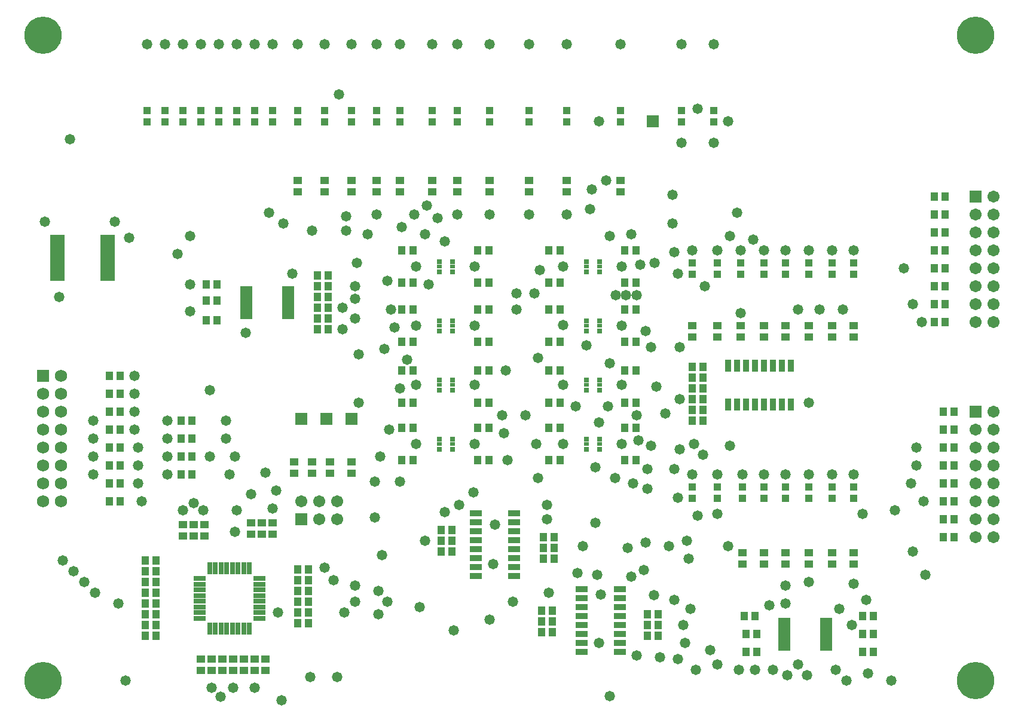
<source format=gts>
G04*
G04 #@! TF.GenerationSoftware,Altium Limited,Altium Designer,22.3.1 (43)*
G04*
G04 Layer_Color=8388736*
%FSLAX25Y25*%
%MOIN*%
G70*
G04*
G04 #@! TF.SameCoordinates,435ADCC5-F5F0-4A2A-A0AE-C26054AEAF53*
G04*
G04*
G04 #@! TF.FilePolarity,Negative*
G04*
G01*
G75*
%ADD27R,0.03950X0.04540*%
%ADD28R,0.04540X0.03950*%
%ADD29R,0.03162X0.02375*%
%ADD30R,0.06804X0.03359*%
%ADD31R,0.03162X0.06607*%
%ADD32R,0.06607X0.03162*%
%ADD33R,0.03359X0.06804*%
%ADD34R,0.07887X0.02572*%
%ADD35R,0.06607X0.02572*%
%ADD36R,0.03950X0.03950*%
%ADD37R,0.03162X0.03162*%
%ADD38R,0.06706X0.06706*%
%ADD39C,0.06706*%
%ADD40C,0.06800*%
%ADD41R,0.06800X0.06800*%
%ADD42R,0.06706X0.06706*%
%ADD43C,0.20800*%
%ADD44C,0.05800*%
D27*
X381850Y165000D02*
D03*
X388150D02*
D03*
X344500Y209000D02*
D03*
X350799D02*
D03*
X302000Y143000D02*
D03*
X308299D02*
D03*
X248150Y104000D02*
D03*
X241850D02*
D03*
X220000Y175000D02*
D03*
X226299D02*
D03*
X302000D02*
D03*
X308299D02*
D03*
X220000Y193000D02*
D03*
X226299D02*
D03*
X302000D02*
D03*
X308299D02*
D03*
X248150Y92000D02*
D03*
X241850D02*
D03*
X262500Y175000D02*
D03*
X268799D02*
D03*
X344500D02*
D03*
X350799D02*
D03*
X268799Y193000D02*
D03*
X262500D02*
D03*
X350799D02*
D03*
X344500D02*
D03*
X298850Y88000D02*
D03*
X305150D02*
D03*
X298850Y100000D02*
D03*
X305150D02*
D03*
X248150Y98000D02*
D03*
X241850D02*
D03*
X298850Y94000D02*
D03*
X305150D02*
D03*
X220000Y143000D02*
D03*
X226299D02*
D03*
X302000Y209000D02*
D03*
X308299D02*
D03*
X220000Y161000D02*
D03*
X226299D02*
D03*
X302000Y227000D02*
D03*
X308299D02*
D03*
X262500Y143000D02*
D03*
X268799D02*
D03*
Y161000D02*
D03*
X262500D02*
D03*
X350799Y227000D02*
D03*
X344500D02*
D03*
X297850Y59000D02*
D03*
X304150D02*
D03*
X297850Y47000D02*
D03*
X304150D02*
D03*
X363150Y45000D02*
D03*
X356850D02*
D03*
X363150Y57000D02*
D03*
X356850D02*
D03*
X304150Y53000D02*
D03*
X297850D02*
D03*
X356850Y51000D02*
D03*
X363150D02*
D03*
X56850Y190000D02*
D03*
X63150D02*
D03*
X56850Y180000D02*
D03*
X63150D02*
D03*
X56850Y170000D02*
D03*
X63150D02*
D03*
X103150Y165000D02*
D03*
X96850D02*
D03*
X56850Y160000D02*
D03*
X63150D02*
D03*
X103150Y155000D02*
D03*
X96850D02*
D03*
X56850Y150000D02*
D03*
X63150D02*
D03*
X103150Y145000D02*
D03*
X96850D02*
D03*
X56850Y140000D02*
D03*
X63150D02*
D03*
X103150Y135000D02*
D03*
X96850D02*
D03*
X56850Y130000D02*
D03*
X63150D02*
D03*
X56850Y120000D02*
D03*
X63150D02*
D03*
X83150Y87000D02*
D03*
X76850D02*
D03*
X168150Y82000D02*
D03*
X161850D02*
D03*
X83150Y81000D02*
D03*
X76850D02*
D03*
X168150Y76000D02*
D03*
X161850D02*
D03*
X83150Y75000D02*
D03*
X76850D02*
D03*
X168150Y70000D02*
D03*
X161850D02*
D03*
X83150Y69000D02*
D03*
X76850D02*
D03*
X168150Y64000D02*
D03*
X161850D02*
D03*
X83150Y63000D02*
D03*
X76850D02*
D03*
X168150Y58000D02*
D03*
X161850D02*
D03*
X168150Y52000D02*
D03*
X161850D02*
D03*
X83150Y57000D02*
D03*
X76850D02*
D03*
X83150Y51000D02*
D03*
X76850D02*
D03*
X83150Y45000D02*
D03*
X76850D02*
D03*
X388150Y177000D02*
D03*
X381850D02*
D03*
X388150Y183000D02*
D03*
X381850D02*
D03*
X388150Y195000D02*
D03*
X381850D02*
D03*
X388150Y189000D02*
D03*
X381850D02*
D03*
Y171000D02*
D03*
X388150D02*
D03*
X417150Y56000D02*
D03*
X410850D02*
D03*
X418150Y46000D02*
D03*
X411850D02*
D03*
X418150Y36000D02*
D03*
X411850D02*
D03*
X476850D02*
D03*
X483150D02*
D03*
X476850Y46000D02*
D03*
X483150D02*
D03*
X476850Y56000D02*
D03*
X483150D02*
D03*
X117150Y241000D02*
D03*
X110850D02*
D03*
X117150Y232000D02*
D03*
X110850D02*
D03*
X117150Y221000D02*
D03*
X110850D02*
D03*
X179150Y216000D02*
D03*
X172850D02*
D03*
Y222000D02*
D03*
X179150D02*
D03*
Y228000D02*
D03*
X172850D02*
D03*
Y234000D02*
D03*
X179150D02*
D03*
Y240000D02*
D03*
X172850D02*
D03*
X179150Y246000D02*
D03*
X172850D02*
D03*
X521850Y170000D02*
D03*
X302000Y260000D02*
D03*
X521850Y160000D02*
D03*
X302000Y161000D02*
D03*
X521850Y150000D02*
D03*
Y140000D02*
D03*
Y130000D02*
D03*
X220000Y260000D02*
D03*
X521850Y120000D02*
D03*
X220000Y227000D02*
D03*
X521850Y110000D02*
D03*
Y100000D02*
D03*
X350799Y242000D02*
D03*
Y143000D02*
D03*
X268799Y242000D02*
D03*
Y209000D02*
D03*
X350799Y260000D02*
D03*
Y161000D02*
D03*
X268799Y260000D02*
D03*
Y227000D02*
D03*
X226299Y260000D02*
D03*
Y242000D02*
D03*
X262500D02*
D03*
Y260000D02*
D03*
X308299D02*
D03*
Y242000D02*
D03*
X344500D02*
D03*
Y260000D02*
D03*
X226299Y227000D02*
D03*
Y209000D02*
D03*
X262500D02*
D03*
Y227000D02*
D03*
X308299Y161000D02*
D03*
X344500Y143000D02*
D03*
Y161000D02*
D03*
X523150Y290000D02*
D03*
Y280000D02*
D03*
Y270000D02*
D03*
Y260000D02*
D03*
Y250000D02*
D03*
Y240000D02*
D03*
Y230000D02*
D03*
Y220000D02*
D03*
X528150Y170000D02*
D03*
Y160000D02*
D03*
Y150000D02*
D03*
Y140000D02*
D03*
Y130000D02*
D03*
Y120000D02*
D03*
Y110000D02*
D03*
Y100000D02*
D03*
X516850Y290000D02*
D03*
X302000Y242000D02*
D03*
X516850Y280000D02*
D03*
Y270000D02*
D03*
Y260000D02*
D03*
Y250000D02*
D03*
X220000Y242000D02*
D03*
X516850Y240000D02*
D03*
X220000Y209000D02*
D03*
X516850Y230000D02*
D03*
Y220000D02*
D03*
D28*
X160000Y135850D02*
D03*
Y142150D02*
D03*
X192000Y135850D02*
D03*
Y142150D02*
D03*
X170000D02*
D03*
Y135850D02*
D03*
X180000D02*
D03*
Y142150D02*
D03*
X110000Y100850D02*
D03*
Y107150D02*
D03*
X136000Y108150D02*
D03*
Y101850D02*
D03*
X104000Y100850D02*
D03*
Y107150D02*
D03*
X142000Y108150D02*
D03*
Y101850D02*
D03*
X98000Y100850D02*
D03*
Y107150D02*
D03*
X148000Y108150D02*
D03*
Y101850D02*
D03*
X144000Y25850D02*
D03*
Y32150D02*
D03*
X138000Y25850D02*
D03*
Y32150D02*
D03*
X132000Y25850D02*
D03*
Y32150D02*
D03*
X108000D02*
D03*
Y25850D02*
D03*
X126000D02*
D03*
Y32150D02*
D03*
X120000Y25850D02*
D03*
Y32150D02*
D03*
X114000Y25850D02*
D03*
Y32150D02*
D03*
X472000Y218150D02*
D03*
Y211850D02*
D03*
X460000Y218150D02*
D03*
Y211850D02*
D03*
X447000Y218150D02*
D03*
Y211850D02*
D03*
X434000Y218150D02*
D03*
Y211850D02*
D03*
X422000Y218150D02*
D03*
Y211850D02*
D03*
X409000Y218150D02*
D03*
Y211850D02*
D03*
X396000Y218150D02*
D03*
Y211850D02*
D03*
X382000Y218150D02*
D03*
Y211850D02*
D03*
X219000Y292850D02*
D03*
Y299150D02*
D03*
X206000Y292850D02*
D03*
Y299150D02*
D03*
X162000Y292850D02*
D03*
Y299150D02*
D03*
X192000Y292850D02*
D03*
Y299150D02*
D03*
X177000Y292850D02*
D03*
Y299150D02*
D03*
X342000Y292850D02*
D03*
Y299150D02*
D03*
X251000Y292850D02*
D03*
Y299150D02*
D03*
X237000Y292850D02*
D03*
Y299150D02*
D03*
X472000Y91350D02*
D03*
Y85050D02*
D03*
X460000Y91350D02*
D03*
Y85050D02*
D03*
X447000Y91350D02*
D03*
Y85050D02*
D03*
X434000Y91350D02*
D03*
Y85050D02*
D03*
X422000Y91350D02*
D03*
Y85050D02*
D03*
X410000Y91350D02*
D03*
Y85050D02*
D03*
X291000Y292850D02*
D03*
Y299150D02*
D03*
X269000Y292850D02*
D03*
Y299150D02*
D03*
X312000Y292850D02*
D03*
Y299150D02*
D03*
D29*
X248193Y251000D02*
D03*
X330193D02*
D03*
X248193Y218000D02*
D03*
X330193Y152000D02*
D03*
X248193Y185000D02*
D03*
X330193D02*
D03*
X248193Y152000D02*
D03*
X330193Y218000D02*
D03*
X241106Y251000D02*
D03*
X323106D02*
D03*
X241106Y218000D02*
D03*
X323106Y152000D02*
D03*
X241106Y185000D02*
D03*
X323106D02*
D03*
X241106Y152000D02*
D03*
X323106Y218000D02*
D03*
D30*
X282677Y113500D02*
D03*
X341677Y71000D02*
D03*
X261323Y108500D02*
D03*
Y113500D02*
D03*
Y88500D02*
D03*
Y83500D02*
D03*
X282677D02*
D03*
Y78500D02*
D03*
Y103500D02*
D03*
Y108500D02*
D03*
X320323Y66000D02*
D03*
Y71000D02*
D03*
Y46000D02*
D03*
Y41000D02*
D03*
X341677D02*
D03*
Y36000D02*
D03*
Y61000D02*
D03*
Y66000D02*
D03*
X261323Y78500D02*
D03*
X320323Y36000D02*
D03*
X261323Y103500D02*
D03*
Y98500D02*
D03*
Y93500D02*
D03*
X282677Y88500D02*
D03*
Y93500D02*
D03*
Y98500D02*
D03*
X320323Y61000D02*
D03*
Y56000D02*
D03*
Y51000D02*
D03*
X341677Y46000D02*
D03*
Y51000D02*
D03*
Y56000D02*
D03*
D31*
X116126Y49315D02*
D03*
X125575Y82685D02*
D03*
X122425D02*
D03*
X112976Y49315D02*
D03*
X119276D02*
D03*
X122425D02*
D03*
X125575D02*
D03*
X128724D02*
D03*
X131874D02*
D03*
X135024D02*
D03*
Y82685D02*
D03*
X131874D02*
D03*
X128724D02*
D03*
X119276D02*
D03*
X116126D02*
D03*
X112976D02*
D03*
D32*
X140685Y58126D02*
D03*
Y61276D02*
D03*
X107315Y77024D02*
D03*
Y73874D02*
D03*
Y70724D02*
D03*
Y67575D02*
D03*
Y64425D02*
D03*
Y61276D02*
D03*
Y58126D02*
D03*
Y54976D02*
D03*
X140685D02*
D03*
Y64425D02*
D03*
Y67575D02*
D03*
Y70724D02*
D03*
Y73874D02*
D03*
Y77024D02*
D03*
D33*
X437000Y174323D02*
D03*
X402000Y195677D02*
D03*
X432000Y174323D02*
D03*
X437000Y195677D02*
D03*
X432000D02*
D03*
X412000Y174323D02*
D03*
X427000Y195677D02*
D03*
X417000Y174323D02*
D03*
X422000Y195677D02*
D03*
X427000Y174323D02*
D03*
X417000Y195677D02*
D03*
X422000Y174323D02*
D03*
X412000Y195677D02*
D03*
X407000D02*
D03*
Y174323D02*
D03*
X402000D02*
D03*
D34*
X55976Y267516D02*
D03*
X28024Y264957D02*
D03*
Y259839D02*
D03*
Y254720D02*
D03*
Y249602D02*
D03*
X55976Y244484D02*
D03*
Y249602D02*
D03*
Y254720D02*
D03*
Y259839D02*
D03*
X28024Y267516D02*
D03*
Y244484D02*
D03*
X55976Y264957D02*
D03*
Y262398D02*
D03*
Y257279D02*
D03*
Y252161D02*
D03*
Y247043D02*
D03*
X28024D02*
D03*
Y252161D02*
D03*
Y257279D02*
D03*
Y262398D02*
D03*
D35*
X456567Y53677D02*
D03*
X156567Y238677D02*
D03*
X433433Y38323D02*
D03*
X133433Y223323D02*
D03*
X433433Y51118D02*
D03*
Y53677D02*
D03*
Y46000D02*
D03*
Y48559D02*
D03*
Y40882D02*
D03*
Y43441D02*
D03*
X456567Y38323D02*
D03*
Y40882D02*
D03*
Y43441D02*
D03*
Y46000D02*
D03*
Y48559D02*
D03*
Y51118D02*
D03*
X133433Y236118D02*
D03*
Y238677D02*
D03*
Y231000D02*
D03*
Y233559D02*
D03*
Y225882D02*
D03*
Y228441D02*
D03*
X156567Y223323D02*
D03*
Y225882D02*
D03*
Y228441D02*
D03*
Y231000D02*
D03*
Y233559D02*
D03*
Y236118D02*
D03*
D36*
X396000Y121850D02*
D03*
X382000D02*
D03*
X472000Y246850D02*
D03*
X460000D02*
D03*
X447000D02*
D03*
X434000D02*
D03*
X422000D02*
D03*
X409000D02*
D03*
X396000D02*
D03*
X382000D02*
D03*
X394000Y331850D02*
D03*
X376000D02*
D03*
X148000D02*
D03*
Y338150D02*
D03*
X138000Y331850D02*
D03*
Y338150D02*
D03*
X128000Y331850D02*
D03*
Y338150D02*
D03*
X118000Y331850D02*
D03*
Y338150D02*
D03*
X108000Y331850D02*
D03*
Y338150D02*
D03*
X98000Y331850D02*
D03*
Y338150D02*
D03*
X88000Y331850D02*
D03*
Y338150D02*
D03*
X78000Y331850D02*
D03*
Y338150D02*
D03*
X382000Y253150D02*
D03*
X396000D02*
D03*
X409000D02*
D03*
X422000D02*
D03*
X434000D02*
D03*
X447000D02*
D03*
X460000D02*
D03*
X472000D02*
D03*
X237000Y331850D02*
D03*
Y338150D02*
D03*
X251000Y331850D02*
D03*
Y338150D02*
D03*
X342000Y331850D02*
D03*
Y338150D02*
D03*
X177000Y331850D02*
D03*
Y338150D02*
D03*
X192000Y331850D02*
D03*
Y338150D02*
D03*
X162000Y331850D02*
D03*
Y338150D02*
D03*
X206000Y331850D02*
D03*
Y338150D02*
D03*
X219000Y331850D02*
D03*
Y338150D02*
D03*
X394000D02*
D03*
X376000D02*
D03*
X382000Y128150D02*
D03*
X396000D02*
D03*
X410000Y121850D02*
D03*
Y128150D02*
D03*
X422000Y121850D02*
D03*
Y128150D02*
D03*
X434000Y121850D02*
D03*
Y128150D02*
D03*
X447000Y121850D02*
D03*
Y128150D02*
D03*
X460000Y121850D02*
D03*
Y128150D02*
D03*
X472000Y121850D02*
D03*
Y128150D02*
D03*
X312000Y331850D02*
D03*
Y338150D02*
D03*
X269000Y331850D02*
D03*
Y338150D02*
D03*
X291000Y331850D02*
D03*
Y338150D02*
D03*
D37*
X241106Y253953D02*
D03*
Y248047D02*
D03*
X248193D02*
D03*
Y253953D02*
D03*
X323106D02*
D03*
Y248047D02*
D03*
X330193D02*
D03*
Y253953D02*
D03*
X241106Y220953D02*
D03*
Y215047D02*
D03*
X248193D02*
D03*
Y220953D02*
D03*
X323106Y154953D02*
D03*
Y149047D02*
D03*
X330193D02*
D03*
Y154953D02*
D03*
X241106Y187953D02*
D03*
Y182047D02*
D03*
X248193D02*
D03*
Y187953D02*
D03*
X323106D02*
D03*
Y182047D02*
D03*
X330193D02*
D03*
Y187953D02*
D03*
X241106Y154953D02*
D03*
Y149047D02*
D03*
X248193D02*
D03*
Y154953D02*
D03*
X323106Y220953D02*
D03*
Y215047D02*
D03*
X330193D02*
D03*
Y220953D02*
D03*
D38*
X192000Y166000D02*
D03*
X164000Y110000D02*
D03*
X360000Y332000D02*
D03*
X164000Y166000D02*
D03*
X178000D02*
D03*
D39*
X184000Y120000D02*
D03*
Y110000D02*
D03*
X174000Y120000D02*
D03*
Y110000D02*
D03*
X164000Y120000D02*
D03*
X550000Y290000D02*
D03*
Y280000D02*
D03*
Y270000D02*
D03*
Y260000D02*
D03*
Y250000D02*
D03*
Y240000D02*
D03*
Y230000D02*
D03*
Y220000D02*
D03*
X540000Y280000D02*
D03*
Y270000D02*
D03*
Y260000D02*
D03*
Y250000D02*
D03*
Y240000D02*
D03*
Y230000D02*
D03*
Y220000D02*
D03*
X550000Y170000D02*
D03*
X540000Y160000D02*
D03*
X550000D02*
D03*
X540000Y150000D02*
D03*
X550000D02*
D03*
X540000Y140000D02*
D03*
X550000D02*
D03*
X540000Y130000D02*
D03*
X550000D02*
D03*
X540000Y120000D02*
D03*
X550000D02*
D03*
X540000Y110000D02*
D03*
X550000D02*
D03*
X540000Y100000D02*
D03*
X550000D02*
D03*
D40*
X20000Y180000D02*
D03*
Y130000D02*
D03*
Y120000D02*
D03*
X30000Y190000D02*
D03*
Y180000D02*
D03*
X20000Y170000D02*
D03*
X30000D02*
D03*
X20000Y160000D02*
D03*
X30000D02*
D03*
X20000Y150000D02*
D03*
X30000D02*
D03*
X20000Y140000D02*
D03*
X30000D02*
D03*
Y130000D02*
D03*
Y120000D02*
D03*
D41*
X20000Y190000D02*
D03*
D42*
X540000Y290000D02*
D03*
Y170000D02*
D03*
D43*
Y20000D02*
D03*
X20000Y380000D02*
D03*
X540000D02*
D03*
X20000Y20000D02*
D03*
D44*
X336000Y11400D02*
D03*
X330000Y41000D02*
D03*
X374000Y32000D02*
D03*
X379000Y98000D02*
D03*
X374000Y122000D02*
D03*
X372000Y138000D02*
D03*
X367000Y169000D02*
D03*
X362000Y184000D02*
D03*
X359000Y151000D02*
D03*
X352000Y154000D02*
D03*
X372000Y259000D02*
D03*
X326000Y294000D02*
D03*
X371000Y291000D02*
D03*
X334000Y299000D02*
D03*
X371000Y275000D02*
D03*
X336000Y268000D02*
D03*
X339500Y235000D02*
D03*
X345000D02*
D03*
X244000Y265000D02*
D03*
X233000Y269000D02*
D03*
X220000Y273000D02*
D03*
X201000Y269000D02*
D03*
X403000Y151000D02*
D03*
X407000Y281000D02*
D03*
X325000Y283000D02*
D03*
X251000Y280000D02*
D03*
X348000Y269000D02*
D03*
X389000Y240000D02*
D03*
X374000Y247000D02*
D03*
X276000Y168000D02*
D03*
X278000Y193000D02*
D03*
X284025Y236000D02*
D03*
X385000Y112000D02*
D03*
X402000Y95000D02*
D03*
X227000Y280000D02*
D03*
X234000Y285000D02*
D03*
X240000Y278000D02*
D03*
X277000Y158000D02*
D03*
X260650Y185000D02*
D03*
X403000Y268000D02*
D03*
X146000Y281000D02*
D03*
X102000Y268000D02*
D03*
X182000Y76000D02*
D03*
X510000Y220000D02*
D03*
X505000Y230000D02*
D03*
X330000Y164000D02*
D03*
X335000Y173000D02*
D03*
X380000Y88000D02*
D03*
X317000Y173000D02*
D03*
X369000Y95000D02*
D03*
X360565Y67870D02*
D03*
X355025Y81975D02*
D03*
X396000Y113000D02*
D03*
X388000Y146000D02*
D03*
X383000Y152000D02*
D03*
X381000Y60000D02*
D03*
X378000Y41000D02*
D03*
X425000Y62000D02*
D03*
X375000Y149000D02*
D03*
X328000Y108000D02*
D03*
X296000Y133000D02*
D03*
X169000Y22000D02*
D03*
X184000D02*
D03*
X148000Y116000D02*
D03*
X372000Y65000D02*
D03*
X318000Y80000D02*
D03*
X329000Y79000D02*
D03*
X356000Y97000D02*
D03*
X346000Y94000D02*
D03*
X348000Y78000D02*
D03*
X177000Y83000D02*
D03*
X219000Y183000D02*
D03*
X213000Y160000D02*
D03*
X279000Y143000D02*
D03*
X205000Y131000D02*
D03*
X219000D02*
D03*
X196000Y175000D02*
D03*
X205000Y111000D02*
D03*
X209000Y90000D02*
D03*
X228150Y152000D02*
D03*
X230000Y61000D02*
D03*
X269000Y54000D02*
D03*
X249000Y48000D02*
D03*
X272000Y107000D02*
D03*
X260000Y125000D02*
D03*
X447000Y175000D02*
D03*
X385000Y339000D02*
D03*
X375000Y177000D02*
D03*
X284000Y227000D02*
D03*
X223000Y199000D02*
D03*
X210500Y205000D02*
D03*
X208000Y145000D02*
D03*
X216000Y217000D02*
D03*
X214000Y227000D02*
D03*
X336000Y197000D02*
D03*
X359000Y206000D02*
D03*
X375000D02*
D03*
X296000Y200000D02*
D03*
X357000Y138000D02*
D03*
X349000Y130000D02*
D03*
X357000Y127000D02*
D03*
X339000Y133000D02*
D03*
X297000Y249000D02*
D03*
X377000Y51000D02*
D03*
X512000Y79000D02*
D03*
X351000Y34000D02*
D03*
X364000Y33000D02*
D03*
X505000Y92000D02*
D03*
X495000Y115000D02*
D03*
X480000Y24000D02*
D03*
X511000Y120000D02*
D03*
X396000Y29000D02*
D03*
X392000Y37000D02*
D03*
X493000Y20089D02*
D03*
X468000D02*
D03*
X384000Y26000D02*
D03*
X504000Y130000D02*
D03*
X356000Y215000D02*
D03*
X212000Y243000D02*
D03*
X235000Y241000D02*
D03*
X194000Y73000D02*
D03*
X196000Y202000D02*
D03*
X342650Y185000D02*
D03*
X323000Y207000D02*
D03*
X409000Y225000D02*
D03*
X500000Y250000D02*
D03*
X294000Y236000D02*
D03*
X416000Y266000D02*
D03*
X95000Y258000D02*
D03*
X136000Y124000D02*
D03*
X150000Y126000D02*
D03*
X144000Y136000D02*
D03*
X124000Y135000D02*
D03*
X109500Y115000D02*
D03*
X195000Y253000D02*
D03*
X353000Y252000D02*
D03*
X361000Y253000D02*
D03*
X342650Y251000D02*
D03*
X441000Y227000D02*
D03*
X466000D02*
D03*
X351000Y235000D02*
D03*
Y168000D02*
D03*
X453000Y227000D02*
D03*
X154000Y275000D02*
D03*
X269000Y280000D02*
D03*
X291000D02*
D03*
X312000D02*
D03*
X170000Y271000D02*
D03*
X133000Y214000D02*
D03*
X159000Y247000D02*
D03*
X68000Y267000D02*
D03*
X417000Y26000D02*
D03*
X408000D02*
D03*
X282000Y64000D02*
D03*
X301000Y118000D02*
D03*
Y110000D02*
D03*
X507000Y140000D02*
D03*
X302000Y69000D02*
D03*
X321000Y95000D02*
D03*
X295000Y152000D02*
D03*
X289000Y168000D02*
D03*
X233000Y98000D02*
D03*
X462000Y26000D02*
D03*
X446000Y23000D02*
D03*
X507000Y150000D02*
D03*
X477000Y113000D02*
D03*
X271000Y85000D02*
D03*
X252000Y118000D02*
D03*
X244000Y114000D02*
D03*
X207000Y70000D02*
D03*
X212000Y64000D02*
D03*
X207000Y57000D02*
D03*
X194000Y64000D02*
D03*
X188000Y58000D02*
D03*
X153000Y9000D02*
D03*
X328000Y139000D02*
D03*
X31000Y87000D02*
D03*
X138000Y16000D02*
D03*
X66000Y20000D02*
D03*
X127000Y145000D02*
D03*
X128000Y115000D02*
D03*
X127000Y103000D02*
D03*
X126000Y16000D02*
D03*
X122000Y165000D02*
D03*
Y155000D02*
D03*
X119000Y11000D02*
D03*
X114000Y16000D02*
D03*
X102000Y241000D02*
D03*
Y226000D02*
D03*
X104000Y119000D02*
D03*
X98000Y115000D02*
D03*
X189000Y271000D02*
D03*
Y279000D02*
D03*
X187000Y216000D02*
D03*
X194000Y222000D02*
D03*
X187000Y228000D02*
D03*
X194000Y233000D02*
D03*
Y240000D02*
D03*
X206000Y280000D02*
D03*
X71000Y190000D02*
D03*
Y180000D02*
D03*
Y170000D02*
D03*
Y160000D02*
D03*
X75000Y120000D02*
D03*
X62000Y63000D02*
D03*
X73000Y130000D02*
D03*
X49000Y69000D02*
D03*
X43000Y75000D02*
D03*
X37000Y81000D02*
D03*
X73000Y150000D02*
D03*
Y140000D02*
D03*
X89500Y165000D02*
D03*
Y155000D02*
D03*
Y135000D02*
D03*
Y145000D02*
D03*
X151000Y58000D02*
D03*
X331000Y68000D02*
D03*
X185000Y347000D02*
D03*
X382000Y260000D02*
D03*
X434000D02*
D03*
X447000Y135000D02*
D03*
X435000Y23000D02*
D03*
X447000Y75000D02*
D03*
X113000Y182000D02*
D03*
Y145000D02*
D03*
X206000Y375000D02*
D03*
X310150Y152000D02*
D03*
X21000Y276000D02*
D03*
X48000Y135000D02*
D03*
X128000Y375000D02*
D03*
X251000D02*
D03*
X312000D02*
D03*
X330000Y332000D02*
D03*
X48000Y155000D02*
D03*
X471000Y51000D02*
D03*
X260650Y152000D02*
D03*
X88000Y375000D02*
D03*
X78000D02*
D03*
X394000D02*
D03*
X382000Y135000D02*
D03*
X447000Y260000D02*
D03*
X434000Y135000D02*
D03*
X460000D02*
D03*
X441000Y29000D02*
D03*
X479000Y65000D02*
D03*
X177000Y375000D02*
D03*
X464000Y60000D02*
D03*
X342650Y152000D02*
D03*
X138000Y375000D02*
D03*
X237000D02*
D03*
X422000Y260000D02*
D03*
X98000Y375000D02*
D03*
X162000D02*
D03*
X291000D02*
D03*
X228150Y185000D02*
D03*
X310150D02*
D03*
Y218370D02*
D03*
X376000Y320000D02*
D03*
X460000Y260000D02*
D03*
X410000Y135000D02*
D03*
X472000D02*
D03*
Y74000D02*
D03*
X29000Y234000D02*
D03*
X427000Y26000D02*
D03*
X192000Y375000D02*
D03*
X396000Y260000D02*
D03*
X148000Y375000D02*
D03*
X228150Y251000D02*
D03*
X48000Y145000D02*
D03*
X409000Y260000D02*
D03*
X376000Y375000D02*
D03*
X269000D02*
D03*
X402000Y332000D02*
D03*
X394000Y320000D02*
D03*
X472000Y260000D02*
D03*
X422000Y135000D02*
D03*
X342650Y218000D02*
D03*
X219000Y375000D02*
D03*
X228150Y218000D02*
D03*
X396000Y135000D02*
D03*
X35000Y322000D02*
D03*
X260650Y251000D02*
D03*
X108000Y375000D02*
D03*
X342000D02*
D03*
X48000Y165000D02*
D03*
X434000Y73000D02*
D03*
Y63000D02*
D03*
X60000Y276000D02*
D03*
X260650Y218000D02*
D03*
X118000Y375000D02*
D03*
X310150Y251000D02*
D03*
M02*

</source>
